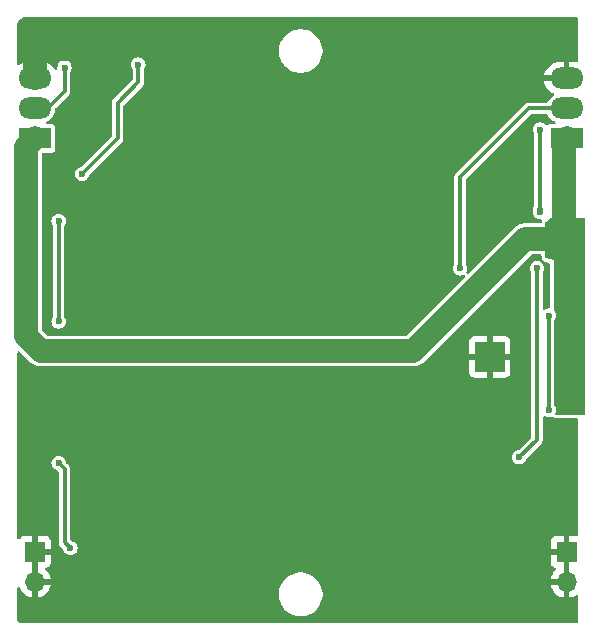
<source format=gbl>
G04 #@! TF.GenerationSoftware,KiCad,Pcbnew,8.0.5*
G04 #@! TF.CreationDate,2024-11-25T19:05:47-05:00*
G04 #@! TF.ProjectId,Neo7SegmentMini,4e656f37-5365-4676-9d65-6e744d696e69,rev?*
G04 #@! TF.SameCoordinates,Original*
G04 #@! TF.FileFunction,Copper,L2,Bot*
G04 #@! TF.FilePolarity,Positive*
%FSLAX46Y46*%
G04 Gerber Fmt 4.6, Leading zero omitted, Abs format (unit mm)*
G04 Created by KiCad (PCBNEW 8.0.5) date 2024-11-25 19:05:47*
%MOMM*%
%LPD*%
G01*
G04 APERTURE LIST*
G04 #@! TA.AperFunction,ComponentPad*
%ADD10R,2.800000X1.800000*%
G04 #@! TD*
G04 #@! TA.AperFunction,ComponentPad*
%ADD11O,2.800000X1.800000*%
G04 #@! TD*
G04 #@! TA.AperFunction,ComponentPad*
%ADD12R,1.700000X1.700000*%
G04 #@! TD*
G04 #@! TA.AperFunction,ComponentPad*
%ADD13O,1.700000X1.700000*%
G04 #@! TD*
G04 #@! TA.AperFunction,SMDPad,CuDef*
%ADD14R,2.500000X2.500000*%
G04 #@! TD*
G04 #@! TA.AperFunction,ViaPad*
%ADD15C,0.600000*%
G04 #@! TD*
G04 #@! TA.AperFunction,Conductor*
%ADD16C,0.355600*%
G04 #@! TD*
G04 #@! TA.AperFunction,Conductor*
%ADD17C,2.000000*%
G04 #@! TD*
G04 APERTURE END LIST*
D10*
X195500000Y-59000000D03*
D11*
X195500000Y-56460000D03*
X195500000Y-53920000D03*
D10*
X150500000Y-59000000D03*
D11*
X150500000Y-56460000D03*
X150500000Y-53920000D03*
D12*
X150500000Y-94000000D03*
D13*
X150500000Y-96540000D03*
D12*
X195500000Y-94000000D03*
D13*
X195500000Y-96540000D03*
D14*
X195400000Y-67500000D03*
X189000000Y-77500000D03*
D15*
X154500000Y-62000000D03*
X159250000Y-52750000D03*
X153000000Y-53000000D03*
X195300000Y-71800000D03*
X195300000Y-74533332D03*
X196600000Y-75900000D03*
X196600000Y-73166666D03*
X196600000Y-81333334D03*
X195300000Y-77266666D03*
X195300000Y-79966666D03*
X196600000Y-78633334D03*
X165000000Y-79000000D03*
X169000000Y-87000000D03*
X188900000Y-87000000D03*
X165000000Y-54000000D03*
X161000000Y-63000000D03*
X173000000Y-63000000D03*
X158500000Y-99000000D03*
X165000000Y-87000000D03*
X185000000Y-54000000D03*
X173000000Y-87000000D03*
X185000000Y-87000000D03*
X191500000Y-99000000D03*
X189000000Y-63000000D03*
X177000000Y-54000000D03*
X157000000Y-87000000D03*
X181000000Y-54000000D03*
X181000000Y-79000000D03*
X169000000Y-71000000D03*
X161000000Y-71000000D03*
X165000000Y-63000000D03*
X185000000Y-79000000D03*
X192000000Y-54000000D03*
X177000000Y-63000000D03*
X169000000Y-54000000D03*
X172900000Y-71000000D03*
X169000000Y-63000000D03*
X195500000Y-99000000D03*
X161000000Y-79000000D03*
X167000000Y-99000000D03*
X177000000Y-87000000D03*
X173000000Y-79000000D03*
X150000000Y-99000000D03*
X183500000Y-99000000D03*
X180900000Y-71000000D03*
X181000000Y-87000000D03*
X157000000Y-63000000D03*
X185000000Y-63000000D03*
X177000000Y-79000000D03*
X161000000Y-54000000D03*
X187500000Y-99000000D03*
X156900000Y-71000000D03*
X185000000Y-71000000D03*
X169000000Y-79000000D03*
X154250000Y-99000000D03*
X189000000Y-54000000D03*
X161000000Y-87000000D03*
X164900000Y-71000000D03*
X177000000Y-71000000D03*
X162750000Y-99000000D03*
X151000000Y-80500000D03*
X179500000Y-99000000D03*
X181000000Y-63000000D03*
X193250000Y-65250000D03*
X193250000Y-58250000D03*
X152500000Y-74500000D03*
X152500000Y-66000000D03*
X194000000Y-82000000D03*
X194000000Y-74000000D03*
X152500000Y-86500000D03*
X153500000Y-93700000D03*
X193000000Y-70000000D03*
X191500000Y-86000000D03*
X186500000Y-70000000D03*
D16*
X159250000Y-52750000D02*
X159250000Y-54250000D01*
X157500000Y-56000000D02*
X157500000Y-59000000D01*
X159250000Y-54250000D02*
X157500000Y-56000000D01*
X157500000Y-59000000D02*
X154500000Y-62000000D01*
X153000000Y-55000000D02*
X151500000Y-56500000D01*
X151500000Y-56500000D02*
X150000000Y-56500000D01*
X153000000Y-53000000D02*
X153000000Y-55000000D01*
D17*
X195250000Y-67250000D02*
X195000000Y-67500000D01*
X149750000Y-75750000D02*
X149750000Y-59750000D01*
X195000000Y-67500000D02*
X192000000Y-67500000D01*
X151000000Y-77000000D02*
X149750000Y-75750000D01*
X195250000Y-59250000D02*
X195250000Y-67250000D01*
X192000000Y-67500000D02*
X182500000Y-77000000D01*
X195500000Y-59000000D02*
X195250000Y-59250000D01*
X182500000Y-77000000D02*
X151000000Y-77000000D01*
X149750000Y-59750000D02*
X150500000Y-59000000D01*
X150500000Y-53920000D02*
X150500000Y-50500000D01*
D16*
X193250000Y-65250000D02*
X193250000Y-58250000D01*
X152500000Y-66000000D02*
X152500000Y-74500000D01*
X194000000Y-82000000D02*
X194000000Y-74000000D01*
X153000000Y-87000000D02*
X152500000Y-86500000D01*
X153500000Y-93700000D02*
X153000000Y-93200000D01*
X153000000Y-93200000D02*
X153000000Y-87000000D01*
X195500000Y-56460000D02*
X192290000Y-56460000D01*
X190000000Y-58750000D02*
X186500000Y-62250000D01*
X193000000Y-84500000D02*
X191500000Y-86000000D01*
X192290000Y-56460000D02*
X190000000Y-58750000D01*
X193000000Y-70000000D02*
X193000000Y-84500000D01*
X186500000Y-62250000D02*
X186500000Y-70000000D01*
G04 #@! TA.AperFunction,Conductor*
G36*
X193332739Y-68824985D02*
G01*
X193378494Y-68877789D01*
X193389700Y-68929300D01*
X193389700Y-69006463D01*
X193390572Y-69029733D01*
X193391966Y-69048265D01*
X193391967Y-69048270D01*
X193420082Y-69155965D01*
X193449570Y-69219307D01*
X193449571Y-69219309D01*
X193481492Y-69272988D01*
X193565032Y-69350610D01*
X193565034Y-69350611D01*
X193624082Y-69387953D01*
X193624090Y-69387957D01*
X193627484Y-69389477D01*
X193704688Y-69424056D01*
X193999766Y-69508363D01*
X194058818Y-69545707D01*
X194088306Y-69609049D01*
X194089700Y-69627592D01*
X194089700Y-73268922D01*
X194070015Y-73335961D01*
X194017211Y-73381716D01*
X193981886Y-73391861D01*
X193862986Y-73407515D01*
X193841985Y-73410280D01*
X193841984Y-73410280D01*
X193694739Y-73471271D01*
X193682586Y-73480597D01*
X193617417Y-73505791D01*
X193548972Y-73491753D01*
X193498983Y-73442939D01*
X193483100Y-73382221D01*
X193483100Y-70406817D01*
X193502785Y-70339778D01*
X193508715Y-70331342D01*
X193528728Y-70305262D01*
X193589720Y-70158015D01*
X193610523Y-70000000D01*
X193589720Y-69841985D01*
X193528728Y-69694739D01*
X193477205Y-69627592D01*
X193431706Y-69568296D01*
X193431705Y-69568295D01*
X193305262Y-69471272D01*
X193305261Y-69471271D01*
X193305259Y-69471270D01*
X193158015Y-69410280D01*
X193158013Y-69410279D01*
X193000001Y-69389477D01*
X192999999Y-69389477D01*
X192841986Y-69410279D01*
X192841984Y-69410280D01*
X192694739Y-69471271D01*
X192568295Y-69568295D01*
X192471271Y-69694739D01*
X192410280Y-69841984D01*
X192410279Y-69841986D01*
X192389477Y-69999998D01*
X192389477Y-70000001D01*
X192410279Y-70158013D01*
X192410280Y-70158015D01*
X192471270Y-70305259D01*
X192471271Y-70305261D01*
X192471272Y-70305262D01*
X192491275Y-70331331D01*
X192516470Y-70396498D01*
X192516900Y-70406817D01*
X192516900Y-84248530D01*
X192497215Y-84315569D01*
X192480581Y-84336211D01*
X191446059Y-85370732D01*
X191384736Y-85404217D01*
X191374566Y-85405990D01*
X191341984Y-85410280D01*
X191341983Y-85410280D01*
X191194739Y-85471271D01*
X191068295Y-85568295D01*
X190971271Y-85694739D01*
X190910280Y-85841984D01*
X190910279Y-85841986D01*
X190889477Y-85999998D01*
X190889477Y-86000001D01*
X190910279Y-86158013D01*
X190910280Y-86158015D01*
X190971270Y-86305259D01*
X190971271Y-86305261D01*
X190971272Y-86305262D01*
X191068295Y-86431705D01*
X191194738Y-86528728D01*
X191341985Y-86589720D01*
X191420992Y-86600121D01*
X191499999Y-86610523D01*
X191500000Y-86610523D01*
X191500001Y-86610523D01*
X191552671Y-86603588D01*
X191658015Y-86589720D01*
X191805262Y-86528728D01*
X191931705Y-86431705D01*
X192028728Y-86305262D01*
X192089720Y-86158015D01*
X192094009Y-86125432D01*
X192122272Y-86061541D01*
X192129254Y-86053951D01*
X193386576Y-84796631D01*
X193450178Y-84686470D01*
X193483100Y-84563601D01*
X193483100Y-84436400D01*
X193483100Y-82617779D01*
X193502785Y-82550740D01*
X193555589Y-82504985D01*
X193624747Y-82495041D01*
X193682585Y-82519402D01*
X193694738Y-82528728D01*
X193694740Y-82528729D01*
X193728096Y-82542545D01*
X193841985Y-82589720D01*
X193920992Y-82600121D01*
X193999999Y-82610523D01*
X194000000Y-82610523D01*
X194000001Y-82610523D01*
X194052671Y-82603588D01*
X194158015Y-82589720D01*
X194238215Y-82556499D01*
X194307682Y-82549031D01*
X194370161Y-82580306D01*
X194371267Y-82581395D01*
X194373515Y-82583515D01*
X194373518Y-82583518D01*
X194418954Y-82626359D01*
X194520603Y-82678045D01*
X194587642Y-82697730D01*
X194675066Y-82710300D01*
X194675069Y-82710300D01*
X196376000Y-82710300D01*
X196443039Y-82729985D01*
X196488794Y-82782789D01*
X196500000Y-82834300D01*
X196500000Y-92526000D01*
X196480315Y-92593039D01*
X196427511Y-92638794D01*
X196376000Y-92650000D01*
X195750000Y-92650000D01*
X195750000Y-93566988D01*
X195692993Y-93534075D01*
X195565826Y-93500000D01*
X195434174Y-93500000D01*
X195307007Y-93534075D01*
X195250000Y-93566988D01*
X195250000Y-92650000D01*
X194602155Y-92650000D01*
X194542627Y-92656401D01*
X194542620Y-92656403D01*
X194407913Y-92706645D01*
X194407906Y-92706649D01*
X194292812Y-92792809D01*
X194292809Y-92792812D01*
X194206649Y-92907906D01*
X194206645Y-92907913D01*
X194156403Y-93042620D01*
X194156401Y-93042627D01*
X194150000Y-93102155D01*
X194150000Y-93750000D01*
X195066988Y-93750000D01*
X195034075Y-93807007D01*
X195000000Y-93934174D01*
X195000000Y-94065826D01*
X195034075Y-94192993D01*
X195066988Y-94250000D01*
X194150000Y-94250000D01*
X194150000Y-94897844D01*
X194156401Y-94957372D01*
X194156403Y-94957379D01*
X194206645Y-95092086D01*
X194206649Y-95092093D01*
X194292809Y-95207187D01*
X194292812Y-95207190D01*
X194407906Y-95293350D01*
X194407913Y-95293354D01*
X194539986Y-95342614D01*
X194595920Y-95384485D01*
X194620337Y-95449949D01*
X194605486Y-95518222D01*
X194584335Y-95546477D01*
X194461886Y-95668926D01*
X194326400Y-95862420D01*
X194326399Y-95862422D01*
X194226570Y-96076507D01*
X194226567Y-96076513D01*
X194169364Y-96289999D01*
X194169364Y-96290000D01*
X195066988Y-96290000D01*
X195034075Y-96347007D01*
X195000000Y-96474174D01*
X195000000Y-96605826D01*
X195034075Y-96732993D01*
X195066988Y-96790000D01*
X194169364Y-96790000D01*
X194226567Y-97003486D01*
X194226570Y-97003492D01*
X194326399Y-97217578D01*
X194461894Y-97411082D01*
X194628917Y-97578105D01*
X194822421Y-97713600D01*
X195036507Y-97813429D01*
X195036516Y-97813433D01*
X195250000Y-97870634D01*
X195250000Y-96973012D01*
X195307007Y-97005925D01*
X195434174Y-97040000D01*
X195565826Y-97040000D01*
X195692993Y-97005925D01*
X195750000Y-96973012D01*
X195750000Y-97870633D01*
X195963483Y-97813433D01*
X195963492Y-97813429D01*
X196177579Y-97713599D01*
X196177585Y-97713595D01*
X196304876Y-97624465D01*
X196371082Y-97602137D01*
X196438849Y-97619147D01*
X196486663Y-97670094D01*
X196500000Y-97726039D01*
X196500000Y-99876000D01*
X196480315Y-99943039D01*
X196427511Y-99988794D01*
X196376000Y-100000000D01*
X149231034Y-100000000D01*
X149163995Y-99980315D01*
X149149275Y-99969228D01*
X149092251Y-99919219D01*
X149080781Y-99907749D01*
X149030771Y-99850723D01*
X149001369Y-99787341D01*
X149000000Y-99768965D01*
X149000000Y-97076939D01*
X149019685Y-97009900D01*
X149072489Y-96964145D01*
X149141647Y-96954201D01*
X149205203Y-96983226D01*
X149236382Y-97024534D01*
X149326399Y-97217578D01*
X149461894Y-97411082D01*
X149628917Y-97578105D01*
X149822421Y-97713600D01*
X150036507Y-97813429D01*
X150036516Y-97813433D01*
X150250000Y-97870634D01*
X150250000Y-96973012D01*
X150307007Y-97005925D01*
X150434174Y-97040000D01*
X150565826Y-97040000D01*
X150692993Y-97005925D01*
X150750000Y-96973012D01*
X150750000Y-97870633D01*
X150963483Y-97813433D01*
X150963492Y-97813429D01*
X151177578Y-97713600D01*
X151371082Y-97578105D01*
X151470476Y-97478711D01*
X171149500Y-97478711D01*
X171149500Y-97721288D01*
X171181161Y-97961785D01*
X171243947Y-98196104D01*
X171289805Y-98306814D01*
X171336776Y-98420212D01*
X171458064Y-98630289D01*
X171458066Y-98630292D01*
X171458067Y-98630293D01*
X171605733Y-98822736D01*
X171605739Y-98822743D01*
X171777256Y-98994260D01*
X171777262Y-98994265D01*
X171969711Y-99141936D01*
X172179788Y-99263224D01*
X172403900Y-99356054D01*
X172638211Y-99418838D01*
X172818586Y-99442584D01*
X172878711Y-99450500D01*
X172878712Y-99450500D01*
X173121289Y-99450500D01*
X173169388Y-99444167D01*
X173361789Y-99418838D01*
X173596100Y-99356054D01*
X173820212Y-99263224D01*
X174030289Y-99141936D01*
X174222738Y-98994265D01*
X174394265Y-98822738D01*
X174541936Y-98630289D01*
X174663224Y-98420212D01*
X174756054Y-98196100D01*
X174818838Y-97961789D01*
X174850500Y-97721288D01*
X174850500Y-97478712D01*
X174818838Y-97238211D01*
X174756054Y-97003900D01*
X174663224Y-96779788D01*
X174541936Y-96569711D01*
X174394265Y-96377262D01*
X174394260Y-96377256D01*
X174222743Y-96205739D01*
X174222736Y-96205733D01*
X174030293Y-96058067D01*
X174030292Y-96058066D01*
X174030289Y-96058064D01*
X173820212Y-95936776D01*
X173820205Y-95936773D01*
X173596104Y-95843947D01*
X173361785Y-95781161D01*
X173121289Y-95749500D01*
X173121288Y-95749500D01*
X172878712Y-95749500D01*
X172878711Y-95749500D01*
X172638214Y-95781161D01*
X172403895Y-95843947D01*
X172179794Y-95936773D01*
X172179785Y-95936777D01*
X171969706Y-96058067D01*
X171777263Y-96205733D01*
X171777256Y-96205739D01*
X171605739Y-96377256D01*
X171605733Y-96377263D01*
X171458067Y-96569706D01*
X171336777Y-96779785D01*
X171336773Y-96779794D01*
X171243947Y-97003895D01*
X171181161Y-97238214D01*
X171149500Y-97478711D01*
X151470476Y-97478711D01*
X151538105Y-97411082D01*
X151673600Y-97217578D01*
X151773429Y-97003492D01*
X151773432Y-97003486D01*
X151830636Y-96790000D01*
X150933012Y-96790000D01*
X150965925Y-96732993D01*
X151000000Y-96605826D01*
X151000000Y-96474174D01*
X150965925Y-96347007D01*
X150933012Y-96290000D01*
X151830636Y-96290000D01*
X151830635Y-96289999D01*
X151773432Y-96076513D01*
X151773429Y-96076507D01*
X151673600Y-95862422D01*
X151673599Y-95862420D01*
X151538113Y-95668926D01*
X151538108Y-95668920D01*
X151415665Y-95546477D01*
X151382180Y-95485154D01*
X151387164Y-95415462D01*
X151429036Y-95359529D01*
X151460013Y-95342614D01*
X151592086Y-95293354D01*
X151592093Y-95293350D01*
X151707187Y-95207190D01*
X151707190Y-95207187D01*
X151793350Y-95092093D01*
X151793354Y-95092086D01*
X151843596Y-94957379D01*
X151843598Y-94957372D01*
X151849999Y-94897844D01*
X151850000Y-94897827D01*
X151850000Y-94250000D01*
X150933012Y-94250000D01*
X150965925Y-94192993D01*
X151000000Y-94065826D01*
X151000000Y-93934174D01*
X150965925Y-93807007D01*
X150933012Y-93750000D01*
X151850000Y-93750000D01*
X151850000Y-93102172D01*
X151849999Y-93102155D01*
X151843598Y-93042627D01*
X151843596Y-93042620D01*
X151793354Y-92907913D01*
X151793350Y-92907906D01*
X151707190Y-92792812D01*
X151707187Y-92792809D01*
X151592093Y-92706649D01*
X151592086Y-92706645D01*
X151457379Y-92656403D01*
X151457372Y-92656401D01*
X151397844Y-92650000D01*
X150750000Y-92650000D01*
X150750000Y-93566988D01*
X150692993Y-93534075D01*
X150565826Y-93500000D01*
X150434174Y-93500000D01*
X150307007Y-93534075D01*
X150250000Y-93566988D01*
X150250000Y-92650000D01*
X149602155Y-92650000D01*
X149542627Y-92656401D01*
X149542620Y-92656403D01*
X149407913Y-92706645D01*
X149407906Y-92706649D01*
X149292812Y-92792809D01*
X149223266Y-92885710D01*
X149167332Y-92927580D01*
X149097640Y-92932564D01*
X149036318Y-92899078D01*
X149002833Y-92837754D01*
X149000000Y-92811398D01*
X149000000Y-86499998D01*
X151889477Y-86499998D01*
X151889477Y-86500001D01*
X151910279Y-86658013D01*
X151910280Y-86658015D01*
X151971270Y-86805259D01*
X151971271Y-86805261D01*
X151971272Y-86805262D01*
X152068295Y-86931705D01*
X152194738Y-87028728D01*
X152341985Y-87089720D01*
X152374562Y-87094008D01*
X152438458Y-87122273D01*
X152446059Y-87129266D01*
X152480581Y-87163788D01*
X152514066Y-87225111D01*
X152516900Y-87251469D01*
X152516900Y-93263600D01*
X152549822Y-93386471D01*
X152554596Y-93394739D01*
X152613424Y-93496631D01*
X152613426Y-93496633D01*
X152870732Y-93753939D01*
X152904217Y-93815262D01*
X152905990Y-93825432D01*
X152910280Y-93858014D01*
X152971270Y-94005259D01*
X152971271Y-94005261D01*
X152971272Y-94005262D01*
X153068295Y-94131705D01*
X153194738Y-94228728D01*
X153341985Y-94289720D01*
X153420992Y-94300121D01*
X153499999Y-94310523D01*
X153500000Y-94310523D01*
X153500001Y-94310523D01*
X153552671Y-94303588D01*
X153658015Y-94289720D01*
X153805262Y-94228728D01*
X153931705Y-94131705D01*
X154028728Y-94005262D01*
X154089720Y-93858015D01*
X154110523Y-93700000D01*
X154089720Y-93541985D01*
X154028728Y-93394739D01*
X153931705Y-93268295D01*
X153805262Y-93171272D01*
X153805261Y-93171271D01*
X153805259Y-93171270D01*
X153710073Y-93131843D01*
X153658015Y-93110280D01*
X153638326Y-93107687D01*
X153625432Y-93105990D01*
X153561536Y-93077722D01*
X153553939Y-93070732D01*
X153519419Y-93036212D01*
X153485934Y-92974889D01*
X153483100Y-92948531D01*
X153483100Y-86936401D01*
X153483100Y-86936399D01*
X153450178Y-86813530D01*
X153445404Y-86805262D01*
X153386576Y-86703369D01*
X153292300Y-86609093D01*
X153292290Y-86609084D01*
X153211934Y-86528728D01*
X153129264Y-86446058D01*
X153095781Y-86384737D01*
X153094013Y-86374598D01*
X153089720Y-86341985D01*
X153028728Y-86194739D01*
X152931706Y-86068296D01*
X152842701Y-86000000D01*
X152805262Y-85971272D01*
X152805261Y-85971271D01*
X152805259Y-85971270D01*
X152658015Y-85910280D01*
X152658013Y-85910279D01*
X152500001Y-85889477D01*
X152499999Y-85889477D01*
X152341986Y-85910279D01*
X152341984Y-85910280D01*
X152194739Y-85971271D01*
X152068295Y-86068295D01*
X151971271Y-86194739D01*
X151910280Y-86341984D01*
X151910279Y-86341986D01*
X151889477Y-86499998D01*
X149000000Y-86499998D01*
X149000000Y-78797844D01*
X187250000Y-78797844D01*
X187256401Y-78857372D01*
X187256403Y-78857379D01*
X187306645Y-78992086D01*
X187306649Y-78992093D01*
X187392809Y-79107187D01*
X187392812Y-79107190D01*
X187507906Y-79193350D01*
X187507913Y-79193354D01*
X187642620Y-79243596D01*
X187642627Y-79243598D01*
X187702155Y-79249999D01*
X187702172Y-79250000D01*
X188750000Y-79250000D01*
X189250000Y-79250000D01*
X190297828Y-79250000D01*
X190297844Y-79249999D01*
X190357372Y-79243598D01*
X190357379Y-79243596D01*
X190492086Y-79193354D01*
X190492093Y-79193350D01*
X190607187Y-79107190D01*
X190607190Y-79107187D01*
X190693350Y-78992093D01*
X190693354Y-78992086D01*
X190743596Y-78857379D01*
X190743598Y-78857372D01*
X190749999Y-78797844D01*
X190750000Y-78797827D01*
X190750000Y-77750000D01*
X189250000Y-77750000D01*
X189250000Y-79250000D01*
X188750000Y-79250000D01*
X188750000Y-77750000D01*
X187250000Y-77750000D01*
X187250000Y-78797844D01*
X149000000Y-78797844D01*
X149000000Y-77145335D01*
X149019685Y-77078296D01*
X149072489Y-77032541D01*
X149141647Y-77022597D01*
X149205203Y-77051622D01*
X149211681Y-77057654D01*
X150149659Y-77995632D01*
X150305194Y-78108632D01*
X150315874Y-78116392D01*
X150498939Y-78209669D01*
X150694342Y-78273159D01*
X150897271Y-78305300D01*
X150897272Y-78305300D01*
X182602728Y-78305300D01*
X182602729Y-78305300D01*
X182805658Y-78273159D01*
X182953141Y-78225238D01*
X183001062Y-78209669D01*
X183184127Y-78116392D01*
X183350346Y-77995627D01*
X185143818Y-76202155D01*
X187250000Y-76202155D01*
X187250000Y-77250000D01*
X188750000Y-77250000D01*
X189250000Y-77250000D01*
X190750000Y-77250000D01*
X190750000Y-76202172D01*
X190749999Y-76202155D01*
X190743598Y-76142627D01*
X190743596Y-76142620D01*
X190693354Y-76007913D01*
X190693350Y-76007906D01*
X190607190Y-75892812D01*
X190607187Y-75892809D01*
X190492093Y-75806649D01*
X190492086Y-75806645D01*
X190357379Y-75756403D01*
X190357372Y-75756401D01*
X190297844Y-75750000D01*
X189250000Y-75750000D01*
X189250000Y-77250000D01*
X188750000Y-77250000D01*
X188750000Y-75750000D01*
X187702155Y-75750000D01*
X187642627Y-75756401D01*
X187642620Y-75756403D01*
X187507913Y-75806645D01*
X187507906Y-75806649D01*
X187392812Y-75892809D01*
X187392809Y-75892812D01*
X187306649Y-76007906D01*
X187306645Y-76007913D01*
X187256403Y-76142620D01*
X187256401Y-76142627D01*
X187250000Y-76202155D01*
X185143818Y-76202155D01*
X192504354Y-68841619D01*
X192565677Y-68808134D01*
X192592035Y-68805300D01*
X193265700Y-68805300D01*
X193332739Y-68824985D01*
G37*
G04 #@! TD.AperFunction*
G04 #@! TA.AperFunction,Conductor*
G36*
X150750000Y-96106988D02*
G01*
X150692993Y-96074075D01*
X150565826Y-96040000D01*
X150434174Y-96040000D01*
X150307007Y-96074075D01*
X150250000Y-96106988D01*
X150250000Y-94433012D01*
X150307007Y-94465925D01*
X150434174Y-94500000D01*
X150565826Y-94500000D01*
X150692993Y-94465925D01*
X150750000Y-94433012D01*
X150750000Y-96106988D01*
G37*
G04 #@! TD.AperFunction*
G04 #@! TA.AperFunction,Conductor*
G36*
X195750000Y-96106988D02*
G01*
X195692993Y-96074075D01*
X195565826Y-96040000D01*
X195434174Y-96040000D01*
X195307007Y-96074075D01*
X195250000Y-96106988D01*
X195250000Y-94433012D01*
X195307007Y-94465925D01*
X195434174Y-94500000D01*
X195565826Y-94500000D01*
X195692993Y-94465925D01*
X195750000Y-94433012D01*
X195750000Y-96106988D01*
G37*
G04 #@! TD.AperFunction*
G04 #@! TA.AperFunction,Conductor*
G36*
X196387015Y-48712787D02*
G01*
X196430844Y-48734401D01*
X196482263Y-48781706D01*
X196500000Y-48845613D01*
X196500000Y-52439741D01*
X196480315Y-52506780D01*
X196427511Y-52552535D01*
X196358353Y-52562479D01*
X196337685Y-52557673D01*
X196327835Y-52554473D01*
X196110181Y-52520000D01*
X195750000Y-52520000D01*
X195750000Y-53486988D01*
X195692993Y-53454075D01*
X195565826Y-53420000D01*
X195434174Y-53420000D01*
X195307007Y-53454075D01*
X195250000Y-53486988D01*
X195250000Y-52520000D01*
X194889819Y-52520000D01*
X194672164Y-52554473D01*
X194462589Y-52622567D01*
X194266239Y-52722613D01*
X194087958Y-52852142D01*
X193932142Y-53007958D01*
X193802613Y-53186239D01*
X193702567Y-53382589D01*
X193634473Y-53592161D01*
X193634473Y-53592164D01*
X193622145Y-53670000D01*
X195066988Y-53670000D01*
X195034075Y-53727007D01*
X195000000Y-53854174D01*
X195000000Y-53985826D01*
X195034075Y-54112993D01*
X195066988Y-54170000D01*
X193622145Y-54170000D01*
X193634473Y-54247835D01*
X193634473Y-54247838D01*
X193702567Y-54457410D01*
X193802613Y-54653760D01*
X193932142Y-54832041D01*
X194087958Y-54987857D01*
X194266239Y-55117386D01*
X194406343Y-55188773D01*
X194457139Y-55236748D01*
X194473934Y-55304569D01*
X194451397Y-55370704D01*
X194406344Y-55409742D01*
X194368287Y-55429133D01*
X194305726Y-55474587D01*
X194214800Y-55540649D01*
X194214798Y-55540651D01*
X194214797Y-55540651D01*
X194080651Y-55674797D01*
X194080651Y-55674798D01*
X194080649Y-55674800D01*
X194032758Y-55740715D01*
X193969135Y-55828284D01*
X193927909Y-55909195D01*
X193879934Y-55959991D01*
X193817424Y-55976900D01*
X192226399Y-55976900D01*
X192103528Y-56009822D01*
X191993369Y-56073424D01*
X191993366Y-56073426D01*
X186113426Y-61953366D01*
X186113424Y-61953369D01*
X186049822Y-62063528D01*
X186016900Y-62186399D01*
X186016900Y-69593182D01*
X185997215Y-69660221D01*
X185991277Y-69668667D01*
X185971272Y-69694738D01*
X185910280Y-69841984D01*
X185910279Y-69841986D01*
X185889477Y-69999998D01*
X185889477Y-70000001D01*
X185910279Y-70158013D01*
X185910280Y-70158015D01*
X185971270Y-70305259D01*
X185971271Y-70305261D01*
X185971272Y-70305262D01*
X186068295Y-70431705D01*
X186194738Y-70528728D01*
X186341985Y-70589720D01*
X186420992Y-70600121D01*
X186499999Y-70610523D01*
X186500000Y-70610523D01*
X186500001Y-70610523D01*
X186552671Y-70603588D01*
X186658015Y-70589720D01*
X186775664Y-70540987D01*
X186845131Y-70533519D01*
X186907610Y-70564794D01*
X186943263Y-70624882D01*
X186940770Y-70694708D01*
X186910796Y-70743230D01*
X181995646Y-75658381D01*
X181934323Y-75691866D01*
X181907965Y-75694700D01*
X151592035Y-75694700D01*
X151524996Y-75675015D01*
X151504354Y-75658381D01*
X151091619Y-75245646D01*
X151058134Y-75184323D01*
X151055300Y-75157965D01*
X151055300Y-65999998D01*
X151889477Y-65999998D01*
X151889477Y-66000001D01*
X151910279Y-66158013D01*
X151910280Y-66158015D01*
X151971270Y-66305259D01*
X151971271Y-66305261D01*
X151971272Y-66305262D01*
X151991275Y-66331331D01*
X152016470Y-66396498D01*
X152016900Y-66406817D01*
X152016900Y-74093182D01*
X151997215Y-74160221D01*
X151991277Y-74168667D01*
X151971272Y-74194738D01*
X151910280Y-74341984D01*
X151910279Y-74341986D01*
X151889477Y-74499998D01*
X151889477Y-74500001D01*
X151910279Y-74658013D01*
X151910280Y-74658015D01*
X151971270Y-74805259D01*
X151971271Y-74805261D01*
X151971272Y-74805262D01*
X152068295Y-74931705D01*
X152194738Y-75028728D01*
X152341985Y-75089720D01*
X152420992Y-75100121D01*
X152499999Y-75110523D01*
X152500000Y-75110523D01*
X152500001Y-75110523D01*
X152552671Y-75103588D01*
X152658015Y-75089720D01*
X152805262Y-75028728D01*
X152931705Y-74931705D01*
X153028728Y-74805262D01*
X153089720Y-74658015D01*
X153110523Y-74500000D01*
X153089720Y-74341985D01*
X153028728Y-74194739D01*
X153008723Y-74168667D01*
X152983530Y-74103498D01*
X152983100Y-74093182D01*
X152983100Y-66406817D01*
X153002785Y-66339778D01*
X153008715Y-66331342D01*
X153028728Y-66305262D01*
X153089720Y-66158015D01*
X153110523Y-66000000D01*
X153089720Y-65841985D01*
X153028728Y-65694739D01*
X153007997Y-65667722D01*
X152931706Y-65568296D01*
X152805259Y-65471270D01*
X152658015Y-65410280D01*
X152658013Y-65410279D01*
X152500001Y-65389477D01*
X152499999Y-65389477D01*
X152341986Y-65410279D01*
X152341984Y-65410280D01*
X152194739Y-65471271D01*
X152068295Y-65568295D01*
X151971271Y-65694739D01*
X151910280Y-65841984D01*
X151910279Y-65841986D01*
X151889477Y-65999998D01*
X151055300Y-65999998D01*
X151055300Y-61999998D01*
X153889477Y-61999998D01*
X153889477Y-62000001D01*
X153910279Y-62158013D01*
X153910280Y-62158015D01*
X153971270Y-62305259D01*
X153971271Y-62305261D01*
X153971272Y-62305262D01*
X154068295Y-62431705D01*
X154194738Y-62528728D01*
X154341985Y-62589720D01*
X154420992Y-62600121D01*
X154499999Y-62610523D01*
X154500000Y-62610523D01*
X154500001Y-62610523D01*
X154552671Y-62603588D01*
X154658015Y-62589720D01*
X154805262Y-62528728D01*
X154931705Y-62431705D01*
X155028728Y-62305262D01*
X155089720Y-62158015D01*
X155094009Y-62125432D01*
X155122272Y-62061541D01*
X155129254Y-62053951D01*
X157786421Y-59396783D01*
X157786426Y-59396780D01*
X157796629Y-59386576D01*
X157796631Y-59386576D01*
X157886576Y-59296631D01*
X157950178Y-59186470D01*
X157978890Y-59079315D01*
X157983101Y-59063600D01*
X157983101Y-58936399D01*
X157983101Y-58928804D01*
X157983100Y-58928786D01*
X157983100Y-56251467D01*
X158002785Y-56184428D01*
X158019414Y-56163791D01*
X159536421Y-54646783D01*
X159536426Y-54646780D01*
X159546629Y-54636576D01*
X159546631Y-54636576D01*
X159636576Y-54546631D01*
X159700178Y-54436470D01*
X159733100Y-54313601D01*
X159733100Y-53156817D01*
X159752785Y-53089778D01*
X159758715Y-53081342D01*
X159778728Y-53055262D01*
X159839720Y-52908015D01*
X159860523Y-52750000D01*
X159856917Y-52722613D01*
X159839720Y-52591986D01*
X159839720Y-52591985D01*
X159778728Y-52444739D01*
X159774893Y-52439741D01*
X159681706Y-52318296D01*
X159555259Y-52221270D01*
X159408015Y-52160280D01*
X159408013Y-52160279D01*
X159250001Y-52139477D01*
X159249999Y-52139477D01*
X159091986Y-52160279D01*
X159091984Y-52160280D01*
X158944739Y-52221271D01*
X158818295Y-52318295D01*
X158721271Y-52444739D01*
X158660280Y-52591984D01*
X158660279Y-52591986D01*
X158639477Y-52749998D01*
X158639477Y-52750001D01*
X158660279Y-52908013D01*
X158660280Y-52908015D01*
X158721270Y-53055259D01*
X158721271Y-53055261D01*
X158721272Y-53055262D01*
X158741275Y-53081331D01*
X158766470Y-53146498D01*
X158766900Y-53156817D01*
X158766900Y-53998530D01*
X158747215Y-54065569D01*
X158730581Y-54086211D01*
X157185927Y-55630864D01*
X157185928Y-55630865D01*
X157113424Y-55703369D01*
X157049822Y-55813528D01*
X157016900Y-55936399D01*
X157016900Y-58748530D01*
X156997215Y-58815569D01*
X156980581Y-58836211D01*
X154446059Y-61370732D01*
X154384736Y-61404217D01*
X154374566Y-61405990D01*
X154341984Y-61410280D01*
X154341983Y-61410280D01*
X154194739Y-61471271D01*
X154068295Y-61568295D01*
X153971271Y-61694739D01*
X153910280Y-61841984D01*
X153910279Y-61841986D01*
X153889477Y-61999998D01*
X151055300Y-61999998D01*
X151055300Y-60342035D01*
X151074985Y-60274996D01*
X151091619Y-60254354D01*
X151104355Y-60241618D01*
X151165678Y-60208133D01*
X151192036Y-60205299D01*
X151945572Y-60205299D01*
X151945578Y-60205299D01*
X151971109Y-60202338D01*
X152075525Y-60156234D01*
X152156234Y-60075525D01*
X152202338Y-59971109D01*
X152205300Y-59945579D01*
X152205299Y-58054422D01*
X152202338Y-58028891D01*
X152156234Y-57924475D01*
X152075525Y-57843766D01*
X152075523Y-57843765D01*
X151971110Y-57797662D01*
X151945580Y-57794700D01*
X151945579Y-57794700D01*
X151551903Y-57794700D01*
X151484864Y-57775015D01*
X151439109Y-57722211D01*
X151429165Y-57653053D01*
X151458190Y-57589497D01*
X151495608Y-57560215D01*
X151515002Y-57550332D01*
X151631715Y-57490865D01*
X151785200Y-57379351D01*
X151919351Y-57245200D01*
X152030865Y-57091715D01*
X152116995Y-56922675D01*
X152175621Y-56742242D01*
X152205300Y-56554859D01*
X152205300Y-56529269D01*
X152224985Y-56462230D01*
X152241619Y-56441588D01*
X152774012Y-55909195D01*
X153386576Y-55296631D01*
X153450178Y-55186470D01*
X153483100Y-55063601D01*
X153483100Y-54936400D01*
X153483100Y-53406817D01*
X153502785Y-53339778D01*
X153508715Y-53331342D01*
X153528728Y-53305262D01*
X153589720Y-53158015D01*
X153610523Y-53000000D01*
X153609767Y-52994260D01*
X153589720Y-52841986D01*
X153589720Y-52841985D01*
X153528728Y-52694739D01*
X153431705Y-52568295D01*
X153305262Y-52471272D01*
X153305261Y-52471271D01*
X153305259Y-52471270D01*
X153158015Y-52410280D01*
X153158013Y-52410279D01*
X153000001Y-52389477D01*
X152999999Y-52389477D01*
X152841986Y-52410279D01*
X152841984Y-52410280D01*
X152694739Y-52471271D01*
X152568295Y-52568295D01*
X152471271Y-52694739D01*
X152410280Y-52841984D01*
X152410279Y-52841986D01*
X152389477Y-52999998D01*
X152389477Y-53000001D01*
X152398203Y-53066281D01*
X152387437Y-53135316D01*
X152341058Y-53187572D01*
X152273789Y-53206457D01*
X152206988Y-53185976D01*
X152174946Y-53155352D01*
X152067857Y-53007959D01*
X152067857Y-53007958D01*
X151912041Y-52852142D01*
X151733760Y-52722613D01*
X151537410Y-52622567D01*
X151327835Y-52554473D01*
X151110181Y-52520000D01*
X150750000Y-52520000D01*
X150750000Y-53486988D01*
X150692993Y-53454075D01*
X150565826Y-53420000D01*
X150434174Y-53420000D01*
X150307007Y-53454075D01*
X150250000Y-53486988D01*
X150250000Y-52520000D01*
X149889819Y-52520000D01*
X149672164Y-52554473D01*
X149462589Y-52622567D01*
X149266240Y-52722612D01*
X149196885Y-52773002D01*
X149131078Y-52796481D01*
X149063024Y-52780655D01*
X149014330Y-52730549D01*
X149000000Y-52672683D01*
X149000000Y-51478711D01*
X171149500Y-51478711D01*
X171149500Y-51721288D01*
X171181161Y-51961785D01*
X171243947Y-52196104D01*
X171294561Y-52318296D01*
X171336776Y-52420212D01*
X171458064Y-52630289D01*
X171458066Y-52630292D01*
X171458067Y-52630293D01*
X171605733Y-52822736D01*
X171605739Y-52822743D01*
X171777256Y-52994260D01*
X171777262Y-52994265D01*
X171969711Y-53141936D01*
X172179788Y-53263224D01*
X172403900Y-53356054D01*
X172638211Y-53418838D01*
X172818586Y-53442584D01*
X172878711Y-53450500D01*
X172878712Y-53450500D01*
X173121289Y-53450500D01*
X173169388Y-53444167D01*
X173361789Y-53418838D01*
X173596100Y-53356054D01*
X173820212Y-53263224D01*
X174030289Y-53141936D01*
X174222738Y-52994265D01*
X174394265Y-52822738D01*
X174541936Y-52630289D01*
X174663224Y-52420212D01*
X174756054Y-52196100D01*
X174818838Y-51961789D01*
X174850500Y-51721288D01*
X174850500Y-51478712D01*
X174818838Y-51238211D01*
X174756054Y-51003900D01*
X174663224Y-50779788D01*
X174541936Y-50569711D01*
X174394265Y-50377262D01*
X174394260Y-50377256D01*
X174222743Y-50205739D01*
X174222736Y-50205733D01*
X174030293Y-50058067D01*
X174030292Y-50058066D01*
X174030289Y-50058064D01*
X173820212Y-49936776D01*
X173820205Y-49936773D01*
X173596104Y-49843947D01*
X173361785Y-49781161D01*
X173121289Y-49749500D01*
X173121288Y-49749500D01*
X172878712Y-49749500D01*
X172878711Y-49749500D01*
X172638214Y-49781161D01*
X172403895Y-49843947D01*
X172179794Y-49936773D01*
X172179785Y-49936777D01*
X171969706Y-50058067D01*
X171777263Y-50205733D01*
X171777256Y-50205739D01*
X171605739Y-50377256D01*
X171605733Y-50377263D01*
X171458067Y-50569706D01*
X171336777Y-50779785D01*
X171336773Y-50779794D01*
X171243947Y-51003895D01*
X171181161Y-51238214D01*
X171149500Y-51478711D01*
X149000000Y-51478711D01*
X149000000Y-49231034D01*
X149019685Y-49163995D01*
X149030771Y-49149276D01*
X149080786Y-49092244D01*
X149092244Y-49080786D01*
X149276681Y-48919039D01*
X149289527Y-48909182D01*
X149493498Y-48772893D01*
X149507533Y-48764790D01*
X149612984Y-48712787D01*
X149667827Y-48700000D01*
X196332173Y-48700000D01*
X196387015Y-48712787D01*
G37*
G04 #@! TD.AperFunction*
G04 #@! TA.AperFunction,Conductor*
G36*
X193884463Y-56962785D02*
G01*
X193927909Y-57010805D01*
X193969135Y-57091715D01*
X194080649Y-57245200D01*
X194214800Y-57379351D01*
X194368285Y-57490865D01*
X194504393Y-57560215D01*
X194555189Y-57608189D01*
X194571984Y-57676010D01*
X194549447Y-57742145D01*
X194494732Y-57785597D01*
X194448098Y-57794700D01*
X194054428Y-57794700D01*
X194054405Y-57794702D01*
X194028893Y-57797661D01*
X194028890Y-57797662D01*
X193924476Y-57843765D01*
X193898148Y-57870093D01*
X193836824Y-57903577D01*
X193767133Y-57898591D01*
X193712093Y-57857897D01*
X193696068Y-57837013D01*
X193681705Y-57818295D01*
X193555262Y-57721272D01*
X193555261Y-57721271D01*
X193555259Y-57721270D01*
X193408015Y-57660280D01*
X193408013Y-57660279D01*
X193250001Y-57639477D01*
X193249999Y-57639477D01*
X193091986Y-57660279D01*
X193091984Y-57660280D01*
X192944739Y-57721271D01*
X192818295Y-57818295D01*
X192721271Y-57944739D01*
X192660280Y-58091984D01*
X192660279Y-58091986D01*
X192639477Y-58249998D01*
X192639477Y-58250001D01*
X192660279Y-58408013D01*
X192660280Y-58408015D01*
X192721270Y-58555259D01*
X192721271Y-58555261D01*
X192721272Y-58555262D01*
X192741275Y-58581331D01*
X192766470Y-58646498D01*
X192766900Y-58656817D01*
X192766900Y-64581571D01*
X192764379Y-64606449D01*
X192671885Y-65058093D01*
X192664969Y-65080664D01*
X192660280Y-65091984D01*
X192639477Y-65249999D01*
X192639477Y-65250001D01*
X192660279Y-65408013D01*
X192660280Y-65408015D01*
X192721270Y-65555259D01*
X192721271Y-65555261D01*
X192721272Y-65555262D01*
X192818295Y-65681705D01*
X192944738Y-65778728D01*
X193091985Y-65839720D01*
X193250000Y-65860523D01*
X193281706Y-65856348D01*
X193350737Y-65867112D01*
X193402994Y-65913491D01*
X193421881Y-65980759D01*
X193416867Y-66014221D01*
X193402272Y-66063927D01*
X193402270Y-66063935D01*
X193402270Y-66063938D01*
X193398759Y-66088350D01*
X193369735Y-66151903D01*
X193310957Y-66189677D01*
X193276023Y-66194700D01*
X192102729Y-66194700D01*
X191897271Y-66194700D01*
X191829628Y-66205413D01*
X191694340Y-66226841D01*
X191498936Y-66290332D01*
X191315870Y-66383610D01*
X191149659Y-66504367D01*
X187243230Y-70410796D01*
X187181907Y-70444281D01*
X187112215Y-70439297D01*
X187056282Y-70397425D01*
X187031865Y-70331961D01*
X187040987Y-70275665D01*
X187089720Y-70158015D01*
X187110523Y-70000000D01*
X187089720Y-69841985D01*
X187028728Y-69694739D01*
X187008723Y-69668667D01*
X186983530Y-69603498D01*
X186983100Y-69593182D01*
X186983100Y-62501469D01*
X187002785Y-62434430D01*
X187019419Y-62413788D01*
X192453788Y-56979419D01*
X192515111Y-56945934D01*
X192541469Y-56943100D01*
X193817424Y-56943100D01*
X193884463Y-56962785D01*
G37*
G04 #@! TD.AperFunction*
G04 #@! TA.AperFunction,Conductor*
G36*
X197043039Y-65719685D02*
G01*
X197088794Y-65772489D01*
X197100000Y-65824000D01*
X197100000Y-82276000D01*
X197080315Y-82343039D01*
X197027511Y-82388794D01*
X196976000Y-82400000D01*
X194675066Y-82400000D01*
X194608027Y-82380315D01*
X194562272Y-82327511D01*
X194552328Y-82258353D01*
X194560505Y-82228548D01*
X194576095Y-82190906D01*
X194589720Y-82158015D01*
X194610523Y-82000000D01*
X194589720Y-81841985D01*
X194528728Y-81694739D01*
X194508723Y-81668667D01*
X194483530Y-81603498D01*
X194483100Y-81593182D01*
X194483100Y-74406817D01*
X194502785Y-74339778D01*
X194508715Y-74331342D01*
X194528728Y-74305262D01*
X194589720Y-74158015D01*
X194610523Y-74000000D01*
X194589720Y-73841985D01*
X194528728Y-73694739D01*
X194528728Y-73694738D01*
X194426758Y-73561847D01*
X194429239Y-73559942D01*
X194402834Y-73511585D01*
X194400000Y-73485227D01*
X194400000Y-69300000D01*
X194399999Y-69299999D01*
X193789934Y-69125695D01*
X193730882Y-69088351D01*
X193701394Y-69025008D01*
X193700000Y-69006466D01*
X193700000Y-66151362D01*
X193719685Y-66084323D01*
X193736319Y-66063681D01*
X194063681Y-65736319D01*
X194125004Y-65702834D01*
X194151362Y-65700000D01*
X196976000Y-65700000D01*
X197043039Y-65719685D01*
G37*
G04 #@! TD.AperFunction*
G04 #@! TA.AperFunction,Conductor*
G36*
X193426526Y-64653427D02*
G01*
X193429715Y-64659353D01*
X193525232Y-65125763D01*
X193523535Y-65134555D01*
X193518281Y-65138906D01*
X193254511Y-65249115D01*
X193245556Y-65249142D01*
X193245489Y-65249115D01*
X192981718Y-65138906D01*
X192975406Y-65132554D01*
X192974767Y-65125764D01*
X193070285Y-64659353D01*
X193075302Y-64651935D01*
X193081747Y-64650000D01*
X193418253Y-64650000D01*
X193426526Y-64653427D01*
G37*
G04 #@! TD.AperFunction*
M02*

</source>
